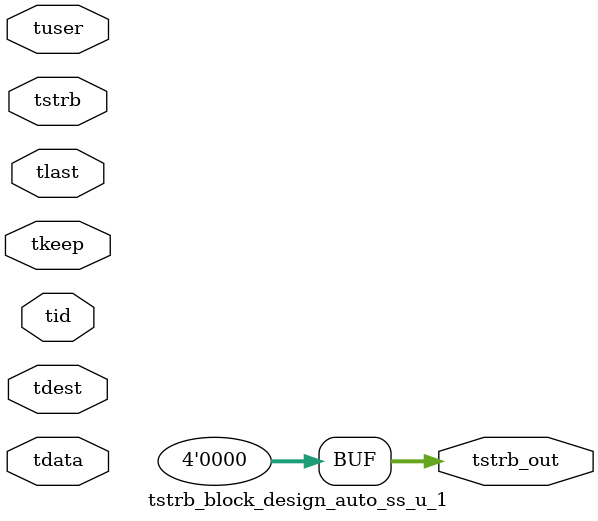
<source format=v>


`timescale 1ps/1ps

module tstrb_block_design_auto_ss_u_1 #
(
parameter C_S_AXIS_TDATA_WIDTH = 32,
parameter C_S_AXIS_TUSER_WIDTH = 0,
parameter C_S_AXIS_TID_WIDTH   = 0,
parameter C_S_AXIS_TDEST_WIDTH = 0,
parameter C_M_AXIS_TDATA_WIDTH = 32
)
(
input  [(C_S_AXIS_TDATA_WIDTH == 0 ? 1 : C_S_AXIS_TDATA_WIDTH)-1:0     ] tdata,
input  [(C_S_AXIS_TUSER_WIDTH == 0 ? 1 : C_S_AXIS_TUSER_WIDTH)-1:0     ] tuser,
input  [(C_S_AXIS_TID_WIDTH   == 0 ? 1 : C_S_AXIS_TID_WIDTH)-1:0       ] tid,
input  [(C_S_AXIS_TDEST_WIDTH == 0 ? 1 : C_S_AXIS_TDEST_WIDTH)-1:0     ] tdest,
input  [(C_S_AXIS_TDATA_WIDTH/8)-1:0 ] tkeep,
input  [(C_S_AXIS_TDATA_WIDTH/8)-1:0 ] tstrb,
input                                                                    tlast,
output [(C_M_AXIS_TDATA_WIDTH/8)-1:0 ] tstrb_out
);

assign tstrb_out = {1'b0};

endmodule


</source>
